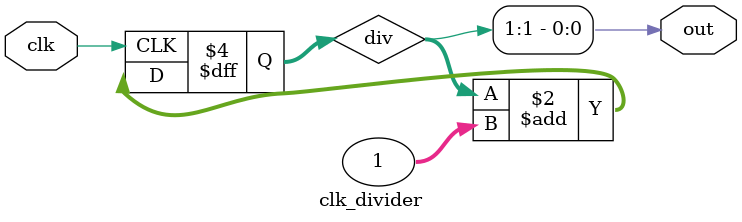
<source format=v>
module soc (
    input in_clk,
    output reg [3:0] led
);
    wire [31:0] prog_addr, prog_data;
    wire [31:0] data_addr, data_wr;
    wire [3:0] data_wr_en;

    wire [31:0] data_rd_ram;
    wire [31:0] data_rd_rom;

    localparam RAMSIZE = 256;
    localparam ROMSIZE = 256;


    wire clk;
    // lower the 100 Mhz frequency
    clk_divider divider(in_clk, clk);

    // rom start from address 0x00000000
    // ram start from address 0x10000000
    localparam ROM_START_ADDR = 32'h00000000;
    localparam RAM_START_ADDR = 32'h10000000;
    localparam LED_REG_ADDR = 32'h20000000;
    

    // true when address is pointing to ram memory
    wire sel_ram = (data_addr >= RAM_START_ADDR) && (data_addr < (RAM_START_ADDR + RAMSIZE));
    wire sel_rom = (data_addr >= ROM_START_ADDR) && (data_addr < (ROM_START_ADDR + RAMSIZE));
    wire sel_led = (data_addr == LED_REG_ADDR);

    wire [3:0] data_wr_en_ram = sel_ram ? data_wr_en : 0;
    // this expression uses reduction operator & in (& data_wr_en)
    wire data_wr_en_led = (& data_wr_en) & sel_led;

    wire [31:0] data_rd =
        sel_ram ? data_rd_ram :
        sel_rom ? data_rd_rom :
        sel_led ? {28'h0, led} :
        0;

    ram_memory #(RAMSIZE) Ram (
        .clk(clk),
        .wen(data_wr_en_ram),
        .addr(data_addr - RAM_START_ADDR),
        .wdata(data_wr),
        .rdata(data_rd_ram)
        );

    rom_memory #(ROMSIZE) Rom (
        .address(prog_addr - ROM_START_ADDR),
        .data(prog_data),
        .addressB(data_addr - ROM_START_ADDR),
        .dataB(data_rd_rom)
        );

    cpu Cpu (
        .clk(clk),
        .inst_addr(prog_addr),
        .inst_val(prog_data),
        .data_addr(data_addr),
        .data_rd(data_rd),
        .data_wr(data_wr),
        .data_wr_en(data_wr_en)
        );
    
    
    // led peripheral
    always @(posedge clk) begin
        if (data_wr_en_led)
            led = data_wr[3:0];
    end

    initial begin
        led = 0;
    end
    
endmodule


// divide the clock by 4
module clk_divider
(
    input clk,
    output out
);

    reg [31:0] div;
    assign out = div[1];

    always @(posedge clk) begin
        div = div + 1;
    end

    initial begin
        div = 0;
    end
endmodule

</source>
